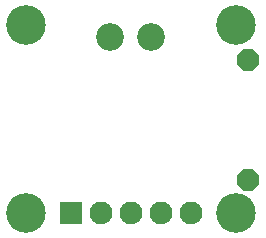
<source format=gbr>
G04 EAGLE Gerber RS-274X export*
G75*
%MOMM*%
%FSLAX34Y34*%
%LPD*%
%INSoldermask Bottom*%
%IPPOS*%
%AMOC8*
5,1,8,0,0,1.08239X$1,22.5*%
G01*
%ADD10C,3.352400*%
%ADD11C,2.336800*%
%ADD12R,1.930400X1.930400*%
%ADD13C,1.930400*%
%ADD14P,1.979475X8X112.500000*%


D10*
X203200Y25400D03*
X25400Y25400D03*
X25400Y184300D03*
X203200Y184300D03*
D11*
X96030Y173760D03*
X131030Y173760D03*
D12*
X63500Y25400D03*
D13*
X88900Y25400D03*
X114300Y25400D03*
X139700Y25400D03*
X165100Y25400D03*
D14*
X213360Y53340D03*
X213360Y154940D03*
M02*

</source>
